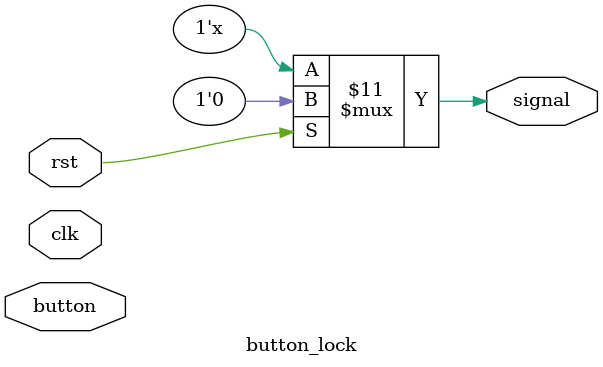
<source format=v>
module button_lock(
	input clk,
	input rst,
	input button,
	output reg signal
);

//-----------------------------------------------------------
// Signal Declarations: localparam
//-----------------------------------------------------------
	
	localparam idle 		= 2'b00;
	localparam pressed 	= 2'b01;
	localparam unpressed = 2'b11;
	
//-----------------------------------------------------------
// Signal Declarations: reg
//-----------------------------------------------------------
	reg [1:0] state;
	reg button_pressed;


	initial
		begin
			signal <= 1'b0;
			state <= idle;
		end
		
		
	always @(posedge clk or posedge rst)
		begin
			if (rst)
				begin
					state <= idle;
				end
			else
				begin
					case (state)
						idle :
							begin
								if (!button)
									state <= pressed;
								else
									state <= state;
							end
						pressed :
							begin
								state <= unpressed;
							end
						unpressed :
							begin
								if (button)
									state <= idle;
								else
									state <= state;
							end
						default :
							begin
								state <= idle;
							end
					endcase
					
				end
				
		end
		
		
		always @(state or rst)
			begin
				if (rst)
					begin
						signal <= 1'b0;
					end
					
				else
					begin
			
						case (state)
							idle 			: signal <= signal;
							pressed 		: signal <= ~signal;
							unpressed 	: signal <= signal;
							default 		: signal <= signal;
						endcase
						
					end
			
			end
		
endmodule


</source>
